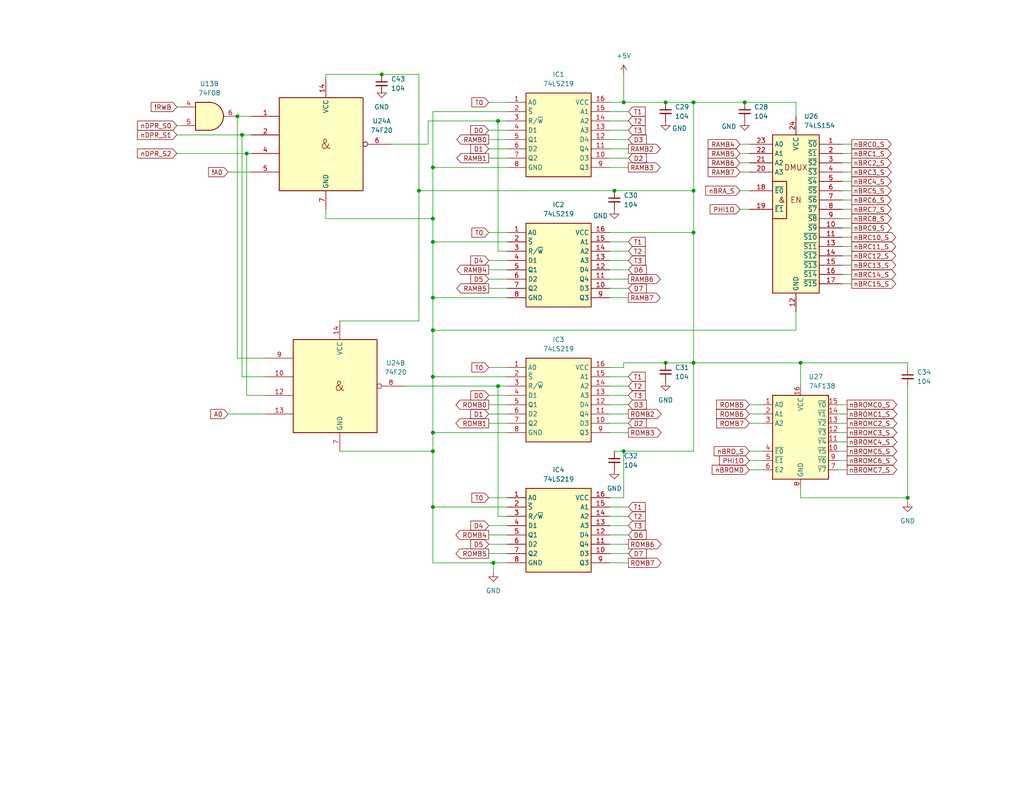
<source format=kicad_sch>
(kicad_sch (version 20250114) (generator "eeschema") (generator_version "9.0")
  (paper "USLetter")
  (title_block (title "ZeroPage $00/$01 Mirror Memory and RAM/ROM Bank Logic") (date "2025-04-15") (rev "1.3") (company "Data Tuning") (comment 1 "Hydra 16"))
  (lib_symbols
    (symbol "74xx:74HC138"
      (property "Reference" "U" (at -7.62 13.97 0))
      (property "Value" "74HC138" (at 2.54 -11.43 0))
      (symbol "74HC138_0_1"
        (rectangle (start -7.62 12.7) (end 7.62 -10.16) (stroke (width 0.254)) (fill (type background)))
      )
      (symbol "74HC138_1_1"
        (pin input line (at -10.16 10.16 0) (length 2.54) (name "A0") (number "1"))
        (pin input line (at -10.16 7.62 0) (length 2.54) (name "A1") (number "2"))
        (pin input line (at -10.16 5.08 0) (length 2.54) (name "A2") (number "3"))
        (pin input line (at -10.16 -2.54 0) (length 2.54) (name "~{E0}") (number "4"))
        (pin input line (at -10.16 -5.08 0) (length 2.54) (name "~{E1}") (number "5"))
        (pin input line (at -10.16 -7.62 0) (length 2.54) (name "E2") (number "6"))
        (pin power_in line (at 0 15.24 270) (length 2.54) (name "VCC") (number "16"))
        (pin power_in line (at 0 -12.7 90) (length 2.54) (name "GND") (number "8"))
        (pin output line (at 10.16 10.16 180) (length 2.54) (name "~{Y0}") (number "15"))
        (pin output line (at 10.16 7.62 180) (length 2.54) (name "~{Y1}") (number "14"))
        (pin output line (at 10.16 5.08 180) (length 2.54) (name "~{Y2}") (number "13"))
        (pin output line (at 10.16 2.54 180) (length 2.54) (name "~{Y3}") (number "12"))
        (pin output line (at 10.16 0 180) (length 2.54) (name "~{Y4}") (number "11"))
        (pin output line (at 10.16 -2.54 180) (length 2.54) (name "~{Y5}") (number "10"))
        (pin output line (at 10.16 -5.08 180) (length 2.54) (name "~{Y6}") (number "9"))
        (pin output line (at 10.16 -7.62 180) (length 2.54) (name "~{Y7}") (number "7"))
      )
    )
    (symbol "74xx:74LS08" (pin_names (offset 1.016))
      (property "Reference" "U" (at 0 1.27 0))
      (property "Value" "74LS08" (at 0 -1.27 0))
      (symbol "74LS08_1_1"
        (arc (start 0 3.81) (mid 3.7934 0) (end 0 -3.81) (stroke (width 0.254)) (fill (type background)))
        (polyline (pts (xy 0 3.81) (xy -3.81 3.81) (xy -3.81 -3.81) (xy 0 -3.81)) (stroke (width 0.254)) (fill (type background)))
        (pin input line (at -7.62 2.54 0) (length 3.81) (name "~") (number "1"))
        (pin input line (at -7.62 -2.54 0) (length 3.81) (name "~") (number "2"))
        (pin output line (at 7.62 0 180) (length 3.81) (name "~") (number "3"))
      )
      (symbol "74LS08_1_2"
        (arc (start -3.81 3.81) (mid -2.589 0) (end -3.81 -3.81) (stroke (width 0.254)))
        (polyline (pts (xy -3.81 3.81) (xy -0.635 3.81)) (stroke (width 0.254)) (fill (type background)))
        (polyline (pts (xy -3.81 -3.81) (xy -0.635 -3.81)) (stroke (width 0.254)) (fill (type background)))
        (arc (start 3.81 0) (mid 2.1855 -2.584) (end -0.6096 -3.81) (stroke (width 0.254)) (fill (type background)))
        (arc (start -0.6096 3.81) (mid 2.1928 2.5924) (end 3.81 0) (stroke (width 0.254)) (fill (type background)))
        (polyline (pts (xy -0.635 3.81) (xy -3.81 3.81) (xy -3.81 3.81) (xy -3.556 3.4036) (xy -3.0226 2.2606) (xy -2.6924 1.0414) (xy -2.6162 -0.254) (xy -2.7686 -1.4986) (xy -3.175 -2.7178) (xy -3.81 -3.81) (xy -3.81 -3.81) (xy -0.635 -3.81)) (stroke (width -25.4)) (fill (type background)))
        (pin input inverted (at -7.62 2.54 0) (length 4.318) (name "~") (number "1"))
        (pin input inverted (at -7.62 -2.54 0) (length 4.318) (name "~") (number "2"))
        (pin output inverted (at 7.62 0 180) (length 3.81) (name "~") (number "3"))
      )
      (symbol "74LS08_2_1"
        (arc (start 0 3.81) (mid 3.7934 0) (end 0 -3.81) (stroke (width 0.254)) (fill (type background)))
        (polyline (pts (xy 0 3.81) (xy -3.81 3.81) (xy -3.81 -3.81) (xy 0 -3.81)) (stroke (width 0.254)) (fill (type background)))
        (pin input line (at -7.62 2.54 0) (length 3.81) (name "~") (number "4"))
        (pin input line (at -7.62 -2.54 0) (length 3.81) (name "~") (number "5"))
        (pin output line (at 7.62 0 180) (length 3.81) (name "~") (number "6"))
      )
      (symbol "74LS08_2_2"
        (arc (start -3.81 3.81) (mid -2.589 0) (end -3.81 -3.81) (stroke (width 0.254)))
        (polyline (pts (xy -3.81 3.81) (xy -0.635 3.81)) (stroke (width 0.254)) (fill (type background)))
        (polyline (pts (xy -3.81 -3.81) (xy -0.635 -3.81)) (stroke (width 0.254)) (fill (type background)))
        (arc (start 3.81 0) (mid 2.1855 -2.584) (end -0.6096 -3.81) (stroke (width 0.254)) (fill (type background)))
        (arc (start -0.6096 3.81) (mid 2.1928 2.5924) (end 3.81 0) (stroke (width 0.254)) (fill (type background)))
        (polyline (pts (xy -0.635 3.81) (xy -3.81 3.81) (xy -3.81 3.81) (xy -3.556 3.4036) (xy -3.0226 2.2606) (xy -2.6924 1.0414) (xy -2.6162 -0.254) (xy -2.7686 -1.4986) (xy -3.175 -2.7178) (xy -3.81 -3.81) (xy -3.81 -3.81) (xy -0.635 -3.81)) (stroke (width -25.4)) (fill (type background)))
        (pin input inverted (at -7.62 2.54 0) (length 4.318) (name "~") (number "4"))
        (pin input inverted (at -7.62 -2.54 0) (length 4.318) (name "~") (number "5"))
        (pin output inverted (at 7.62 0 180) (length 3.81) (name "~") (number "6"))
      )
      (symbol "74LS08_3_1"
        (arc (start 0 3.81) (mid 3.7934 0) (end 0 -3.81) (stroke (width 0.254)) (fill (type background)))
        (polyline (pts (xy 0 3.81) (xy -3.81 3.81) (xy -3.81 -3.81) (xy 0 -3.81)) (stroke (width 0.254)) (fill (type background)))
        (pin input line (at -7.62 2.54 0) (length 3.81) (name "~") (number "9"))
        (pin input line (at -7.62 -2.54 0) (length 3.81) (name "~") (number "10"))
        (pin output line (at 7.62 0 180) (length 3.81) (name "~") (number "8"))
      )
      (symbol "74LS08_3_2"
        (arc (start -3.81 3.81) (mid -2.589 0) (end -3.81 -3.81) (stroke (width 0.254)))
        (polyline (pts (xy -3.81 3.81) (xy -0.635 3.81)) (stroke (width 0.254)) (fill (type background)))
        (polyline (pts (xy -3.81 -3.81) (xy -0.635 -3.81)) (stroke (width 0.254)) (fill (type background)))
        (arc (start 3.81 0) (mid 2.1855 -2.584) (end -0.6096 -3.81) (stroke (width 0.254)) (fill (type background)))
        (arc (start -0.6096 3.81) (mid 2.1928 2.5924) (end 3.81 0) (stroke (width 0.254)) (fill (type background)))
        (polyline (pts (xy -0.635 3.81) (xy -3.81 3.81) (xy -3.81 3.81) (xy -3.556 3.4036) (xy -3.0226 2.2606) (xy -2.6924 1.0414) (xy -2.6162 -0.254) (xy -2.7686 -1.4986) (xy -3.175 -2.7178) (xy -3.81 -3.81) (xy -3.81 -3.81) (xy -0.635 -3.81)) (stroke (width -25.4)) (fill (type background)))
        (pin input inverted (at -7.62 2.54 0) (length 4.318) (name "~") (number "9"))
        (pin input inverted (at -7.62 -2.54 0) (length 4.318) (name "~") (number "10"))
        (pin output inverted (at 7.62 0 180) (length 3.81) (name "~") (number "8"))
      )
      (symbol "74LS08_4_1"
        (arc (start 0 3.81) (mid 3.7934 0) (end 0 -3.81) (stroke (width 0.254)) (fill (type background)))
        (polyline (pts (xy 0 3.81) (xy -3.81 3.81) (xy -3.81 -3.81) (xy 0 -3.81)) (stroke (width 0.254)) (fill (type background)))
        (pin input line (at -7.62 2.54 0) (length 3.81) (name "~") (number "12"))
        (pin input line (at -7.62 -2.54 0) (length 3.81) (name "~") (number "13"))
        (pin output line (at 7.62 0 180) (length 3.81) (name "~") (number "11"))
      )
      (symbol "74LS08_4_2"
        (arc (start -3.81 3.81) (mid -2.589 0) (end -3.81 -3.81) (stroke (width 0.254)))
        (polyline (pts (xy -3.81 3.81) (xy -0.635 3.81)) (stroke (width 0.254)) (fill (type background)))
        (polyline (pts (xy -3.81 -3.81) (xy -0.635 -3.81)) (stroke (width 0.254)) (fill (type background)))
        (arc (start 3.81 0) (mid 2.1855 -2.584) (end -0.6096 -3.81) (stroke (width 0.254)) (fill (type background)))
        (arc (start -0.6096 3.81) (mid 2.1928 2.5924) (end 3.81 0) (stroke (width 0.254)) (fill (type background)))
        (polyline (pts (xy -0.635 3.81) (xy -3.81 3.81) (xy -3.81 3.81) (xy -3.556 3.4036) (xy -3.0226 2.2606) (xy -2.6924 1.0414) (xy -2.6162 -0.254) (xy -2.7686 -1.4986) (xy -3.175 -2.7178) (xy -3.81 -3.81) (xy -3.81 -3.81) (xy -0.635 -3.81)) (stroke (width -25.4)) (fill (type background)))
        (pin input inverted (at -7.62 2.54 0) (length 4.318) (name "~") (number "12"))
        (pin input inverted (at -7.62 -2.54 0) (length 4.318) (name "~") (number "13"))
        (pin output inverted (at 7.62 0 180) (length 3.81) (name "~") (number "11"))
      )
      (symbol "74LS08_5_0"
        (pin power_in line (at 0 12.7 270) (length 5.08) (name "VCC") (number "14"))
        (pin power_in line (at 0 -12.7 90) (length 5.08) (name "GND") (number "7"))
      )
      (symbol "74LS08_5_1"
        (rectangle (start -5.08 7.62) (end 5.08 -7.62) (stroke (width 0.254)) (fill (type background)))
      )
    )
    (symbol "74xx:74LS219"
      (property "Reference" "IC4" (at 13.97 7.62 0))
      (property "Value" "74LS219" (at 13.97 5.08 0))
      (symbol "74LS219_1_1"
        (rectangle (start 5.08 2.54) (end 22.86 -20.32) (stroke (width 0.254)) (fill (type background)))
        (pin passive line (at 0 0 0) (length 5.08) (name "A0") (number "1"))
        (pin passive line (at 0 -2.54 0) (length 5.08) (name "~{S}") (number "2"))
        (pin passive line (at 0 -5.08 0) (length 5.08) (name "R/~{W}") (number "3"))
        (pin passive line (at 0 -7.62 0) (length 5.08) (name "D1") (number "4"))
        (pin passive line (at 0 -10.16 0) (length 5.08) (name "Q1") (number "5"))
        (pin passive line (at 0 -12.7 0) (length 5.08) (name "D2") (number "6"))
        (pin passive line (at 0 -15.24 0) (length 5.08) (name "Q2") (number "7"))
        (pin passive line (at 0 -17.78 0) (length 5.08) (name "GND") (number "8"))
        (pin passive line (at 27.94 0 180) (length 5.08) (name "VCC") (number "16"))
        (pin passive line (at 27.94 -2.54 180) (length 5.08) (name "A1") (number "15"))
        (pin passive line (at 27.94 -5.08 180) (length 5.08) (name "A2") (number "14"))
        (pin passive line (at 27.94 -7.62 180) (length 5.08) (name "A3") (number "13"))
        (pin passive line (at 27.94 -10.16 180) (length 5.08) (name "D4") (number "12"))
        (pin passive line (at 27.94 -12.7 180) (length 5.08) (name "Q4") (number "11"))
        (pin passive line (at 27.94 -15.24 180) (length 5.08) (name "D3") (number "10"))
        (pin passive line (at 27.94 -17.78 180) (length 5.08) (name "Q3") (number "9"))
      )
    )
    (symbol "74xx_IEEE:74154"
      (property "Reference" "U" (at 6.35 25.4 0))
      (property "Value" "74154" (at 7.62 -21.59 0))
      (symbol "74154_0_0"
        (rectangle (start -6.35 22.86) (end 6.35 -20.32) (stroke (width 0.254)) (fill (type background)))
        (polyline (pts (xy -6.35 10.16) (xy -2.54 10.16) (xy -2.54 0) (xy -6.35 0) (xy -6.35 0)) (stroke (width 0.254)) (fill (type background)))
        (text "&" (at -3.81 5.08 0) (effects (font (size 1.524 1.524))))
        (text "DMUX" (at 0 13.97 0) (effects (font (size 1.524 1.524))))
        (text "EN" (at 0 5.08 0) (effects (font (size 1.524 1.524))))
        (pin power_in line (at 0 27.94 270) (length 5.08) (name "VCC") (number "24"))
        (pin power_in line (at 0 -25.4 90) (length 5.08) (name "GND") (number "12"))
      )
      (symbol "74154_1_1"
        (pin input line (at -12.7 20.32 0) (length 6.35) (name "A0") (number "23"))
        (pin input line (at -12.7 17.78 0) (length 6.35) (name "A1") (number "22"))
        (pin input line (at -12.7 15.24 0) (length 6.35) (name "A2") (number "21"))
        (pin input line (at -12.7 12.7 0) (length 6.35) (name "A3") (number "20"))
        (pin input line (at -12.7 7.62 0) (length 6.35) (name "~{E0}") (number "18"))
        (pin input line (at -12.7 2.54 0) (length 6.35) (name "~{E1}") (number "19"))
        (pin output line (at 12.7 20.32 180) (length 6.35) (name "~{S0}") (number "1"))
        (pin output line (at 12.7 17.78 180) (length 6.35) (name "~{S1}") (number "2"))
        (pin output line (at 12.7 15.24 180) (length 6.35) (name "~{S2}") (number "3"))
        (pin output line (at 12.7 12.7 180) (length 6.35) (name "~{S3}") (number "4"))
        (pin output line (at 12.7 10.16 180) (length 6.35) (name "~{S4}") (number "5"))
        (pin output line (at 12.7 7.62 180) (length 6.35) (name "~{S5}") (number "6"))
        (pin output line (at 12.7 5.08 180) (length 6.35) (name "~{S6}") (number "7"))
        (pin output line (at 12.7 2.54 180) (length 6.35) (name "~{S7}") (number "8"))
        (pin output line (at 12.7 0 180) (length 6.35) (name "~{S8}") (number "9"))
        (pin output line (at 12.7 -2.54 180) (length 6.35) (name "~{S9}") (number "10"))
        (pin output line (at 12.7 -5.08 180) (length 6.35) (name "~{S10}") (number "11"))
        (pin output line (at 12.7 -7.62 180) (length 6.35) (name "~{S11}") (number "13"))
        (pin output line (at 12.7 -10.16 180) (length 6.35) (name "~{S12}") (number "14"))
        (pin output line (at 12.7 -12.7 180) (length 6.35) (name "~{S13}") (number "15"))
        (pin output line (at 12.7 -15.24 180) (length 6.35) (name "~{S14}") (number "16"))
        (pin output line (at 12.7 -17.78 180) (length 6.35) (name "~{S15}") (number "17"))
      )
    )
    (symbol "74xx_IEEE:7420"
      (property "Reference" "U" (at 7.62 15.24 0))
      (property "Value" "7420" (at 7.62 -15.24 0))
      (symbol "7420_0_0"
        (text "&" (at 0 0 0) (effects (font (size 2.54 2.54))))
      )
      (symbol "7420_0_1"
        (rectangle (start -12.7 12.7) (end 10.16 -12.7) (stroke (width 0.254)) (fill (type background)))
        (pin power_in line (at 0 17.78 270) (length 5.08) (name "VCC") (number "14"))
        (pin power_in line (at 0 -17.78 90) (length 5.08) (name "GND") (number "7"))
      )
      (symbol "7420_1_1"
        (pin input line (at -20.32 7.62 0) (length 7.62) (name "~") (number "1"))
        (pin input line (at -20.32 2.54 0) (length 7.62) (name "~") (number "2"))
        (pin input line (at -20.32 -2.54 0) (length 7.62) (name "~") (number "4"))
        (pin input line (at -20.32 -7.62 0) (length 7.62) (name "~") (number "5"))
        (pin output inverted (at 17.78 0 180) (length 7.62) (name "~") (number "6"))
      )
      (symbol "7420_2_1"
        (pin input line (at -20.32 7.62 0) (length 7.62) (name "~") (number "9"))
        (pin input line (at -20.32 2.54 0) (length 7.62) (name "~") (number "10"))
        (pin input line (at -20.32 -2.54 0) (length 7.62) (name "~") (number "12"))
        (pin input line (at -20.32 -7.62 0) (length 7.62) (name "~") (number "13"))
        (pin output inverted (at 17.78 0 180) (length 7.62) (name "~") (number "8"))
      )
    )
    (symbol "Device:C_Small" (pin_numbers (hide yes)) (pin_names (offset 0.254) (hide yes))
      (property "Reference" "C" (at 0.254 1.778 0))
      (property "Value" "C_Small" (at 0.254 -2.032 0))
      (symbol "C_Small_0_1"
        (polyline (pts (xy -1.524 0.508) (xy 1.524 0.508)) (stroke (width 0.3048)))
        (polyline (pts (xy -1.524 -0.508) (xy 1.524 -0.508)) (stroke (width 0.3302)))
      )
      (symbol "C_Small_1_1"
        (pin passive line (at 0 2.54 270) (length 2.032) (name "~") (number "1"))
        (pin passive line (at 0 -2.54 90) (length 2.032) (name "~") (number "2"))
      )
    )
    (symbol "power:+5V" (power) (pin_numbers (hide yes)) (pin_names (offset 0) (hide yes))
      (property "Value" "+5V" (at 0 3.556 0))
      (symbol "+5V_0_1"
        (polyline (pts (xy -0.762 1.27) (xy 0 2.54)))
        (polyline (pts (xy 0 2.54) (xy 0.762 1.27)))
        (polyline (pts (xy 0 0) (xy 0 2.54)))
      )
      (symbol "+5V_1_1"
        (pin power_in line (at 0 0 90) (length 0) (name "~") (number "1"))
      )
    )
    (symbol "power:GND" (power) (pin_numbers (hide yes)) (pin_names (offset 0) (hide yes))
      (property "Value" "GND" (at 0 -3.81 0))
      (symbol "GND_0_1"
        (polyline (pts (xy 0 0) (xy 0 -1.27) (xy 1.27 -1.27) (xy 0 -2.54) (xy -1.27 -1.27) (xy 0 -1.27)))
      )
      (symbol "GND_1_1"
        (pin power_in line (at 0 0 270) (length 0) (name "~") (number "1"))
      )
    )
  )
  (junction (at 118.11 81.28))
  (junction (at 189.23 63.5))
  (junction (at 135.89 33.02))
  (junction (at 118.11 138.43))
  (junction (at 189.23 99.06))
  (junction (at 64.77 31.75))
  (junction (at 247.65 135.89))
  (junction (at 104.14 20.32))
  (junction (at 181.61 99.06))
  (junction (at 135.89 105.41))
  (junction (at 67.31 41.91))
  (junction (at 134.62 153.67))
  (junction (at 203.2 27.94))
  (junction (at 118.11 90.17))
  (junction (at 181.61 27.94))
  (junction (at 118.11 45.72))
  (junction (at 118.11 59.69))
  (junction (at 218.44 99.06))
  (junction (at 170.18 27.94))
  (junction (at 118.11 123.19))
  (junction (at 167.64 52.07))
  (junction (at 189.23 52.07))
  (junction (at 118.11 102.87))
  (junction (at 118.11 118.11))
  (junction (at 189.23 27.94))
  (junction (at 66.04 36.83))
  (junction (at 114.3 52.07))
  (junction (at 170.18 123.19))
  (junction (at 118.11 66.04))
  (wire (pts (xy 217.17 85.09) (xy 217.17 90.17)))
  (wire (pts (xy 166.37 146.05) (xy 171.45 146.05)))
  (wire (pts (xy 135.89 140.97) (xy 138.43 140.97)))
  (wire (pts (xy 104.14 24.13) (xy 104.14 25.4)))
  (wire (pts (xy 166.37 81.28) (xy 171.45 81.28)))
  (wire (pts (xy 189.23 63.5) (xy 189.23 99.06)))
  (wire (pts (xy 133.35 73.66) (xy 138.43 73.66)))
  (wire (pts (xy 118.11 102.87) (xy 138.43 102.87)))
  (wire (pts (xy 189.23 27.94) (xy 189.23 52.07)))
  (wire (pts (xy 167.64 123.19) (xy 170.18 123.19)))
  (wire (pts (xy 118.11 45.72) (xy 118.11 30.48)))
  (wire (pts (xy 133.35 148.59) (xy 138.43 148.59)))
  (wire (pts (xy 138.43 33.02) (xy 135.89 33.02)))
  (wire (pts (xy 170.18 135.89) (xy 170.18 123.19)))
  (wire (pts (xy 118.11 66.04) (xy 118.11 81.28)))
  (wire (pts (xy 118.11 118.11) (xy 118.11 123.19)))
  (wire (pts (xy 72.39 107.95) (xy 67.31 107.95)))
  (wire (pts (xy 231.14 110.49) (xy 228.6 110.49)))
  (wire (pts (xy 204.47 110.49) (xy 208.28 110.49)))
  (wire (pts (xy 88.9 20.32) (xy 104.14 20.32)))
  (wire (pts (xy 231.14 115.57) (xy 228.6 115.57)))
  (wire (pts (xy 48.26 29.21) (xy 49.53 29.21)))
  (wire (pts (xy 118.11 118.11) (xy 138.43 118.11)))
  (wire (pts (xy 114.3 20.32) (xy 104.14 20.32)))
  (wire (pts (xy 232.41 39.37) (xy 229.87 39.37)))
  (wire (pts (xy 218.44 99.06) (xy 247.65 99.06)))
  (wire (pts (xy 166.37 115.57) (xy 171.45 115.57)))
  (wire (pts (xy 218.44 99.06) (xy 218.44 105.41)))
  (wire (pts (xy 232.41 72.39) (xy 229.87 72.39)))
  (wire (pts (xy 48.26 41.91) (xy 67.31 41.91)))
  (wire (pts (xy 48.26 36.83) (xy 66.04 36.83)))
  (wire (pts (xy 118.11 30.48) (xy 138.43 30.48)))
  (wire (pts (xy 218.44 133.35) (xy 218.44 135.89)))
  (wire (pts (xy 88.9 21.59) (xy 88.9 20.32)))
  (wire (pts (xy 114.3 52.07) (xy 167.64 52.07)))
  (wire (pts (xy 138.43 153.67) (xy 134.62 153.67)))
  (wire (pts (xy 232.41 62.23) (xy 229.87 62.23)))
  (wire (pts (xy 133.35 40.64) (xy 138.43 40.64)))
  (wire (pts (xy 118.11 90.17) (xy 217.17 90.17)))
  (wire (pts (xy 232.41 57.15) (xy 229.87 57.15)))
  (wire (pts (xy 204.47 113.03) (xy 208.28 113.03)))
  (wire (pts (xy 201.93 46.99) (xy 204.47 46.99)))
  (wire (pts (xy 232.41 74.93) (xy 229.87 74.93)))
  (wire (pts (xy 118.11 66.04) (xy 138.43 66.04)))
  (wire (pts (xy 189.23 99.06) (xy 189.23 123.19)))
  (wire (pts (xy 170.18 99.06) (xy 170.18 100.33)))
  (wire (pts (xy 133.35 115.57) (xy 138.43 115.57)))
  (wire (pts (xy 166.37 148.59) (xy 171.45 148.59)))
  (wire (pts (xy 201.93 44.45) (xy 204.47 44.45)))
  (wire (pts (xy 133.35 78.74) (xy 138.43 78.74)))
  (wire (pts (xy 166.37 113.03) (xy 171.45 113.03)))
  (wire (pts (xy 189.23 99.06) (xy 218.44 99.06)))
  (wire (pts (xy 232.41 69.85) (xy 229.87 69.85)))
  (wire (pts (xy 118.11 81.28) (xy 138.43 81.28)))
  (wire (pts (xy 166.37 68.58) (xy 171.45 68.58)))
  (wire (pts (xy 166.37 100.33) (xy 170.18 100.33)))
  (wire (pts (xy 133.35 63.5) (xy 138.43 63.5)))
  (wire (pts (xy 114.3 52.07) (xy 114.3 87.63)))
  (wire (pts (xy 166.37 71.12) (xy 171.45 71.12)))
  (wire (pts (xy 110.49 105.41) (xy 135.89 105.41)))
  (wire (pts (xy 118.11 81.28) (xy 118.11 90.17)))
  (wire (pts (xy 166.37 118.11) (xy 171.45 118.11)))
  (wire (pts (xy 217.17 27.94) (xy 203.2 27.94)))
  (wire (pts (xy 181.61 99.06) (xy 170.18 99.06)))
  (wire (pts (xy 166.37 43.18) (xy 171.45 43.18)))
  (wire (pts (xy 48.26 34.29) (xy 49.53 34.29)))
  (wire (pts (xy 64.77 97.79) (xy 72.39 97.79)))
  (wire (pts (xy 231.14 120.65) (xy 228.6 120.65)))
  (wire (pts (xy 166.37 45.72) (xy 171.45 45.72)))
  (wire (pts (xy 66.04 102.87) (xy 72.39 102.87)))
  (wire (pts (xy 201.93 52.07) (xy 204.47 52.07)))
  (wire (pts (xy 166.37 143.51) (xy 171.45 143.51)))
  (wire (pts (xy 208.28 123.19) (xy 204.47 123.19)))
  (wire (pts (xy 247.65 99.06) (xy 247.65 100.33)))
  (wire (pts (xy 166.37 73.66) (xy 171.45 73.66)))
  (wire (pts (xy 171.45 35.56) (xy 166.37 35.56)))
  (wire (pts (xy 232.41 77.47) (xy 229.87 77.47)))
  (wire (pts (xy 62.23 46.99) (xy 68.58 46.99)))
  (wire (pts (xy 134.62 156.21) (xy 134.62 153.67)))
  (wire (pts (xy 116.84 33.02) (xy 135.89 33.02)))
  (wire (pts (xy 118.11 59.69) (xy 118.11 66.04)))
  (wire (pts (xy 189.23 52.07) (xy 189.23 63.5)))
  (wire (pts (xy 166.37 107.95) (xy 171.45 107.95)))
  (wire (pts (xy 106.68 39.37) (xy 116.84 39.37)))
  (wire (pts (xy 231.14 125.73) (xy 228.6 125.73)))
  (wire (pts (xy 204.47 128.27) (xy 208.28 128.27)))
  (wire (pts (xy 232.41 49.53) (xy 229.87 49.53)))
  (wire (pts (xy 170.18 27.94) (xy 166.37 27.94)))
  (wire (pts (xy 204.47 125.73) (xy 208.28 125.73)))
  (wire (pts (xy 218.44 135.89) (xy 247.65 135.89)))
  (wire (pts (xy 118.11 123.19) (xy 118.11 138.43)))
  (wire (pts (xy 133.35 146.05) (xy 138.43 146.05)))
  (wire (pts (xy 201.93 41.91) (xy 204.47 41.91)))
  (wire (pts (xy 167.64 52.07) (xy 189.23 52.07)))
  (wire (pts (xy 133.35 76.2) (xy 138.43 76.2)))
  (wire (pts (xy 88.9 57.15) (xy 88.9 59.69)))
  (wire (pts (xy 247.65 137.16) (xy 247.65 135.89)))
  (wire (pts (xy 231.14 123.19) (xy 228.6 123.19)))
  (wire (pts (xy 231.14 113.03) (xy 228.6 113.03)))
  (wire (pts (xy 135.89 68.58) (xy 138.43 68.58)))
  (wire (pts (xy 166.37 151.13) (xy 171.45 151.13)))
  (wire (pts (xy 181.61 99.06) (xy 189.23 99.06)))
  (wire (pts (xy 166.37 153.67) (xy 171.45 153.67)))
  (wire (pts (xy 92.71 123.19) (xy 118.11 123.19)))
  (wire (pts (xy 118.11 45.72) (xy 118.11 59.69)))
  (wire (pts (xy 133.35 27.94) (xy 138.43 27.94)))
  (wire (pts (xy 67.31 107.95) (xy 67.31 41.91)))
  (wire (pts (xy 232.41 67.31) (xy 229.87 67.31)))
  (wire (pts (xy 133.35 110.49) (xy 138.43 110.49)))
  (wire (pts (xy 232.41 52.07) (xy 229.87 52.07)))
  (wire (pts (xy 114.3 52.07) (xy 114.3 20.32)))
  (wire (pts (xy 166.37 63.5) (xy 189.23 63.5)))
  (wire (pts (xy 118.11 153.67) (xy 134.62 153.67)))
  (wire (pts (xy 166.37 105.41) (xy 171.45 105.41)))
  (wire (pts (xy 116.84 39.37) (xy 116.84 33.02)))
  (wire (pts (xy 166.37 78.74) (xy 171.45 78.74)))
  (wire (pts (xy 135.89 33.02) (xy 135.89 68.58)))
  (wire (pts (xy 247.65 135.89) (xy 247.65 105.41)))
  (wire (pts (xy 118.11 138.43) (xy 138.43 138.43)))
  (wire (pts (xy 133.35 113.03) (xy 138.43 113.03)))
  (wire (pts (xy 232.41 59.69) (xy 229.87 59.69)))
  (wire (pts (xy 133.35 43.18) (xy 138.43 43.18)))
  (wire (pts (xy 201.93 57.15) (xy 204.47 57.15)))
  (wire (pts (xy 166.37 102.87) (xy 171.45 102.87)))
  (wire (pts (xy 166.37 138.43) (xy 171.45 138.43)))
  (wire (pts (xy 217.17 31.75) (xy 217.17 27.94)))
  (wire (pts (xy 232.41 54.61) (xy 229.87 54.61)))
  (wire (pts (xy 133.35 71.12) (xy 138.43 71.12)))
  (wire (pts (xy 64.77 31.75) (xy 64.77 97.79)))
  (wire (pts (xy 133.35 35.56) (xy 138.43 35.56)))
  (wire (pts (xy 133.35 107.95) (xy 138.43 107.95)))
  (wire (pts (xy 118.11 45.72) (xy 138.43 45.72)))
  (wire (pts (xy 118.11 102.87) (xy 118.11 118.11)))
  (wire (pts (xy 66.04 36.83) (xy 66.04 102.87)))
  (wire (pts (xy 166.37 40.64) (xy 171.45 40.64)))
  (wire (pts (xy 170.18 20.32) (xy 170.18 27.94)))
  (wire (pts (xy 92.71 87.63) (xy 114.3 87.63)))
  (wire (pts (xy 166.37 38.1) (xy 171.45 38.1)))
  (wire (pts (xy 181.61 27.94) (xy 170.18 27.94)))
  (wire (pts (xy 135.89 105.41) (xy 135.89 140.97)))
  (wire (pts (xy 133.35 100.33) (xy 138.43 100.33)))
  (wire (pts (xy 133.35 38.1) (xy 138.43 38.1)))
  (wire (pts (xy 232.41 44.45) (xy 229.87 44.45)))
  (wire (pts (xy 232.41 46.99) (xy 229.87 46.99)))
  (wire (pts (xy 232.41 64.77) (xy 229.87 64.77)))
  (wire (pts (xy 232.41 41.91) (xy 229.87 41.91)))
  (wire (pts (xy 133.35 151.13) (xy 138.43 151.13)))
  (wire (pts (xy 67.31 41.91) (xy 68.58 41.91)))
  (wire (pts (xy 231.14 128.27) (xy 228.6 128.27)))
  (wire (pts (xy 138.43 105.41) (xy 135.89 105.41)))
  (wire (pts (xy 231.14 118.11) (xy 228.6 118.11)))
  (wire (pts (xy 166.37 140.97) (xy 171.45 140.97)))
  (wire (pts (xy 201.93 39.37) (xy 204.47 39.37)))
  (wire (pts (xy 204.47 115.57) (xy 208.28 115.57)))
  (wire (pts (xy 166.37 76.2) (xy 171.45 76.2)))
  (wire (pts (xy 166.37 66.04) (xy 171.45 66.04)))
  (wire (pts (xy 118.11 138.43) (xy 118.11 153.67)))
  (wire (pts (xy 203.2 27.94) (xy 189.23 27.94)))
  (wire (pts (xy 88.9 59.69) (xy 118.11 59.69)))
  (wire (pts (xy 133.35 135.89) (xy 138.43 135.89)))
  (wire (pts (xy 166.37 135.89) (xy 170.18 135.89)))
  (wire (pts (xy 118.11 90.17) (xy 118.11 102.87)))
  (wire (pts (xy 171.45 33.02) (xy 166.37 33.02)))
  (wire (pts (xy 171.45 30.48) (xy 166.37 30.48)))
  (wire (pts (xy 166.37 110.49) (xy 171.45 110.49)))
  (wire (pts (xy 62.23 113.03) (xy 72.39 113.03)))
  (wire (pts (xy 68.58 36.83) (xy 66.04 36.83)))
  (wire (pts (xy 133.35 143.51) (xy 138.43 143.51)))
  (wire (pts (xy 189.23 27.94) (xy 181.61 27.94)))
  (wire (pts (xy 189.23 123.19) (xy 170.18 123.19)))
  (wire (pts (xy 68.58 31.75) (xy 64.77 31.75)))
  (global_label "nBROMC0_S" (shape output) (at 231.14 110.49 0) (property "Intersheetrefs" "${INTERSHEET_REFS}" (effects (hide yes))))
  (global_label "RAMB6" (shape output) (at 171.45 76.2 0) (property "Intersheetrefs" "${INTERSHEET_REFS}" (effects (hide yes))))
  (global_label "nBRC1_S" (shape output) (at 232.41 41.91 0) (property "Intersheetrefs" "${INTERSHEET_REFS}" (effects (hide yes))))
  (global_label "nBRC2_S" (shape output) (at 232.41 44.45 0) (property "Intersheetrefs" "${INTERSHEET_REFS}" (effects (hide yes))))
  (global_label "T3" (shape input) (at 171.45 143.51 0) (property "Intersheetrefs" "${INTERSHEET_REFS}" (effects (hide yes))))
  (global_label "nDPR_S2" (shape input) (at 48.26 41.91 180) (property "Intersheetrefs" "${INTERSHEET_REFS}" (effects (hide yes))))
  (global_label "ROMB6" (shape input) (at 204.47 113.03 180) (property "Intersheetrefs" "${INTERSHEET_REFS}" (effects (hide yes))))
  (global_label "T0" (shape input) (at 133.35 100.33 180) (property "Intersheetrefs" "${INTERSHEET_REFS}" (effects (hide yes))))
  (global_label "nBROMC1_S" (shape output) (at 231.14 113.03 0) (property "Intersheetrefs" "${INTERSHEET_REFS}" (effects (hide yes))))
  (global_label "ROMB5" (shape output) (at 133.35 151.13 180) (property "Intersheetrefs" "${INTERSHEET_REFS}" (effects (hide yes))))
  (global_label "D3" (shape input) (at 171.45 110.49 0) (property "Intersheetrefs" "${INTERSHEET_REFS}" (effects (hide yes))))
  (global_label "T3" (shape input) (at 171.45 71.12 0) (property "Intersheetrefs" "${INTERSHEET_REFS}" (effects (hide yes))))
  (global_label "RAMB4" (shape input) (at 201.93 39.37 180) (property "Intersheetrefs" "${INTERSHEET_REFS}" (effects (hide yes))))
  (global_label "A0" (shape input) (at 62.23 113.03 180) (property "Intersheetrefs" "${INTERSHEET_REFS}" (effects (hide yes))))
  (global_label "T1" (shape input) (at 171.45 30.48 0) (property "Intersheetrefs" "${INTERSHEET_REFS}" (effects (hide yes))))
  (global_label "D5" (shape input) (at 133.35 148.59 180) (property "Intersheetrefs" "${INTERSHEET_REFS}" (effects (hide yes))))
  (global_label "nBRC15_S" (shape output) (at 232.41 77.47 0) (property "Intersheetrefs" "${INTERSHEET_REFS}" (effects (hide yes))))
  (global_label "nDPR_S0" (shape input) (at 48.26 34.29 180) (property "Intersheetrefs" "${INTERSHEET_REFS}" (effects (hide yes))))
  (global_label "ROMB1" (shape output) (at 133.35 115.57 180) (property "Intersheetrefs" "${INTERSHEET_REFS}" (effects (hide yes))))
  (global_label "D7" (shape input) (at 171.45 78.74 0) (property "Intersheetrefs" "${INTERSHEET_REFS}" (effects (hide yes))))
  (global_label "RAMB2" (shape output) (at 171.45 40.64 0) (property "Intersheetrefs" "${INTERSHEET_REFS}" (effects (hide yes))))
  (global_label "T1" (shape input) (at 171.45 66.04 0) (property "Intersheetrefs" "${INTERSHEET_REFS}" (effects (hide yes))))
  (global_label "nBRC7_S" (shape output) (at 232.41 57.15 0) (property "Intersheetrefs" "${INTERSHEET_REFS}" (effects (hide yes))))
  (global_label "D6" (shape input) (at 171.45 73.66 0) (property "Intersheetrefs" "${INTERSHEET_REFS}" (effects (hide yes))))
  (global_label "nBROMC6_S" (shape output) (at 231.14 125.73 0) (property "Intersheetrefs" "${INTERSHEET_REFS}" (effects (hide yes))))
  (global_label "ROMB0" (shape output) (at 133.35 110.49 180) (property "Intersheetrefs" "${INTERSHEET_REFS}" (effects (hide yes))))
  (global_label "!RWB" (shape input) (at 48.26 29.21 180) (property "Intersheetrefs" "${INTERSHEET_REFS}" (effects (hide yes))))
  (global_label "PHI1O" (shape input) (at 204.47 125.73 180) (property "Intersheetrefs" "${INTERSHEET_REFS}" (effects (hide yes))))
  (global_label "T0" (shape input) (at 133.35 135.89 180) (property "Intersheetrefs" "${INTERSHEET_REFS}" (effects (hide yes))))
  (global_label "T1" (shape input) (at 171.45 102.87 0) (property "Intersheetrefs" "${INTERSHEET_REFS}" (effects (hide yes))))
  (global_label "T2" (shape input) (at 171.45 68.58 0) (property "Intersheetrefs" "${INTERSHEET_REFS}" (effects (hide yes))))
  (global_label "RAMB5" (shape input) (at 201.93 41.91 180) (property "Intersheetrefs" "${INTERSHEET_REFS}" (effects (hide yes))))
  (global_label "nBROMC4_S" (shape output) (at 231.14 120.65 0) (property "Intersheetrefs" "${INTERSHEET_REFS}" (effects (hide yes))))
  (global_label "ROMB3" (shape output) (at 171.45 118.11 0) (property "Intersheetrefs" "${INTERSHEET_REFS}" (effects (hide yes))))
  (global_label "nBROMC2_S" (shape output) (at 231.14 115.57 0) (property "Intersheetrefs" "${INTERSHEET_REFS}" (effects (hide yes))))
  (global_label "D3" (shape input) (at 171.45 38.1 0) (property "Intersheetrefs" "${INTERSHEET_REFS}" (effects (hide yes))))
  (global_label "ROMB7" (shape input) (at 204.47 115.57 180) (property "Intersheetrefs" "${INTERSHEET_REFS}" (effects (hide yes))))
  (global_label "nDPR_S1" (shape input) (at 48.26 36.83 180) (property "Intersheetrefs" "${INTERSHEET_REFS}" (effects (hide yes))))
  (global_label "ROMB5" (shape input) (at 204.47 110.49 180) (property "Intersheetrefs" "${INTERSHEET_REFS}" (effects (hide yes))))
  (global_label "D0" (shape input) (at 133.35 35.56 180) (property "Intersheetrefs" "${INTERSHEET_REFS}" (effects (hide yes))))
  (global_label "D6" (shape input) (at 171.45 146.05 0) (property "Intersheetrefs" "${INTERSHEET_REFS}" (effects (hide yes))))
  (global_label "nBRC8_S" (shape output) (at 232.41 59.69 0) (property "Intersheetrefs" "${INTERSHEET_REFS}" (effects (hide yes))))
  (global_label "RAMB0" (shape output) (at 133.35 38.1 180) (property "Intersheetrefs" "${INTERSHEET_REFS}" (effects (hide yes))))
  (global_label "RAMB6" (shape input) (at 201.93 44.45 180) (property "Intersheetrefs" "${INTERSHEET_REFS}" (effects (hide yes))))
  (global_label "RAMB1" (shape output) (at 133.35 43.18 180) (property "Intersheetrefs" "${INTERSHEET_REFS}" (effects (hide yes))))
  (global_label "nBRC14_S" (shape output) (at 232.41 74.93 0) (property "Intersheetrefs" "${INTERSHEET_REFS}" (effects (hide yes))))
  (global_label "T2" (shape input) (at 171.45 140.97 0) (property "Intersheetrefs" "${INTERSHEET_REFS}" (effects (hide yes))))
  (global_label "RAMB5" (shape output) (at 133.35 78.74 180) (property "Intersheetrefs" "${INTERSHEET_REFS}" (effects (hide yes))))
  (global_label "T2" (shape input) (at 171.45 105.41 0) (property "Intersheetrefs" "${INTERSHEET_REFS}" (effects (hide yes))))
  (global_label "T3" (shape input) (at 171.45 107.95 0) (property "Intersheetrefs" "${INTERSHEET_REFS}" (effects (hide yes))))
  (global_label "nBROMC5_S" (shape output) (at 231.14 123.19 0) (property "Intersheetrefs" "${INTERSHEET_REFS}" (effects (hide yes))))
  (global_label "RAMB7" (shape input) (at 201.93 46.99 180) (property "Intersheetrefs" "${INTERSHEET_REFS}" (effects (hide yes))))
  (global_label "ROMB6" (shape output) (at 171.45 148.59 0) (property "Intersheetrefs" "${INTERSHEET_REFS}" (effects (hide yes))))
  (global_label "PHI1O" (shape input) (at 201.93 57.15 180) (property "Intersheetrefs" "${INTERSHEET_REFS}" (effects (hide yes))))
  (global_label "nBROMD" (shape input) (at 204.47 128.27 180) (property "Intersheetrefs" "${INTERSHEET_REFS}" (effects (hide yes))))
  (global_label "D2" (shape input) (at 171.45 115.57 0) (property "Intersheetrefs" "${INTERSHEET_REFS}" (effects (hide yes))))
  (global_label "T0" (shape input) (at 133.35 63.5 180) (property "Intersheetrefs" "${INTERSHEET_REFS}" (effects (hide yes))))
  (global_label "nBRO_S" (shape input) (at 204.47 123.19 180) (property "Intersheetrefs" "${INTERSHEET_REFS}" (effects (hide yes))))
  (global_label "D0" (shape input) (at 133.35 107.95 180) (property "Intersheetrefs" "${INTERSHEET_REFS}" (effects (hide yes))))
  (global_label "nBRC12_S" (shape output) (at 232.41 69.85 0) (property "Intersheetrefs" "${INTERSHEET_REFS}" (effects (hide yes))))
  (global_label "nBRC4_S" (shape output) (at 232.41 49.53 0) (property "Intersheetrefs" "${INTERSHEET_REFS}" (effects (hide yes))))
  (global_label "D7" (shape input) (at 171.45 151.13 0) (property "Intersheetrefs" "${INTERSHEET_REFS}" (effects (hide yes))))
  (global_label "nBRC11_S" (shape output) (at 232.41 67.31 0) (property "Intersheetrefs" "${INTERSHEET_REFS}" (effects (hide yes))))
  (global_label "ROMB4" (shape output) (at 133.35 146.05 180) (property "Intersheetrefs" "${INTERSHEET_REFS}" (effects (hide yes))))
  (global_label "nBRC6_S" (shape output) (at 232.41 54.61 0) (property "Intersheetrefs" "${INTERSHEET_REFS}" (effects (hide yes))))
  (global_label "nBRC9_S" (shape output) (at 232.41 62.23 0) (property "Intersheetrefs" "${INTERSHEET_REFS}" (effects (hide yes))))
  (global_label "!A0" (shape input) (at 62.23 46.99 180) (property "Intersheetrefs" "${INTERSHEET_REFS}" (effects (hide yes))))
  (global_label "D1" (shape input) (at 133.35 113.03 180) (property "Intersheetrefs" "${INTERSHEET_REFS}" (effects (hide yes))))
  (global_label "D4" (shape input) (at 133.35 71.12 180) (property "Intersheetrefs" "${INTERSHEET_REFS}" (effects (hide yes))))
  (global_label "nBRC5_S" (shape output) (at 232.41 52.07 0) (property "Intersheetrefs" "${INTERSHEET_REFS}" (effects (hide yes))))
  (global_label "T2" (shape input) (at 171.45 33.02 0) (property "Intersheetrefs" "${INTERSHEET_REFS}" (effects (hide yes))))
  (global_label "T3" (shape input) (at 171.45 35.56 0) (property "Intersheetrefs" "${INTERSHEET_REFS}" (effects (hide yes))))
  (global_label "nBRC3_S" (shape output) (at 232.41 46.99 0) (property "Intersheetrefs" "${INTERSHEET_REFS}" (effects (hide yes))))
  (global_label "D5" (shape input) (at 133.35 76.2 180) (property "Intersheetrefs" "${INTERSHEET_REFS}" (effects (hide yes))))
  (global_label "nBRC10_S" (shape output) (at 232.41 64.77 0) (property "Intersheetrefs" "${INTERSHEET_REFS}" (effects (hide yes))))
  (global_label "nBROMC3_S" (shape output) (at 231.14 118.11 0) (property "Intersheetrefs" "${INTERSHEET_REFS}" (effects (hide yes))))
  (global_label "D4" (shape input) (at 133.35 143.51 180) (property "Intersheetrefs" "${INTERSHEET_REFS}" (effects (hide yes))))
  (global_label "D2" (shape input) (at 171.45 43.18 0) (property "Intersheetrefs" "${INTERSHEET_REFS}" (effects (hide yes))))
  (global_label "nBRA_S" (shape input) (at 201.93 52.07 180) (property "Intersheetrefs" "${INTERSHEET_REFS}" (effects (hide yes))))
  (global_label "nBRC0_S" (shape output) (at 232.41 39.37 0) (property "Intersheetrefs" "${INTERSHEET_REFS}" (effects (hide yes))))
  (global_label "ROMB7" (shape output) (at 171.45 153.67 0) (property "Intersheetrefs" "${INTERSHEET_REFS}" (effects (hide yes))))
  (global_label "T1" (shape input) (at 171.45 138.43 0) (property "Intersheetrefs" "${INTERSHEET_REFS}" (effects (hide yes))))
  (global_label "RAMB7" (shape output) (at 171.45 81.28 0) (property "Intersheetrefs" "${INTERSHEET_REFS}" (effects (hide yes))))
  (global_label "nBRC13_S" (shape output) (at 232.41 72.39 0) (property "Intersheetrefs" "${INTERSHEET_REFS}" (effects (hide yes))))
  (global_label "nBROMC7_S" (shape output) (at 231.14 128.27 0) (property "Intersheetrefs" "${INTERSHEET_REFS}" (effects (hide yes))))
  (global_label "RAMB3" (shape output) (at 171.45 45.72 0) (property "Intersheetrefs" "${INTERSHEET_REFS}" (effects (hide yes))))
  (global_label "T0" (shape input) (at 133.35 27.94 180) (property "Intersheetrefs" "${INTERSHEET_REFS}" (effects (hide yes))))
  (global_label "ROMB2" (shape output) (at 171.45 113.03 0) (property "Intersheetrefs" "${INTERSHEET_REFS}" (effects (hide yes))))
  (global_label "D1" (shape input) (at 133.35 40.64 180) (property "Intersheetrefs" "${INTERSHEET_REFS}" (effects (hide yes))))
  (global_label "RAMB4" (shape output) (at 133.35 73.66 180) (property "Intersheetrefs" "${INTERSHEET_REFS}" (effects (hide yes))))
  (symbol (lib_id "74xx:74LS219") (at 138.43 63.5 0) (unit 1)
    (property "Reference" "IC2" (at 152.4 55.88 0))
    (property "Value" "74LS219" (at 152.4 58.42 0))
    (property "Footprint" "Package_DIP:DIP-16_W7.62mm_Socket_LongPads" (effects (hide yes)))
    (property "Datasheet" "https://4donline.ihs.com/images/VipMasterIC/IC/TXII/TXIIS110135/TXIIS110135-1.pdf?hkey=EF798316E3902B6ED9A73243A3159BB0" (effects (hide yes)))
    (property "Description" "Part Number Only" (effects (hide yes)))
    (property "Height" "5.08" (effects (hide yes)))
    (property "Manufacturer_Name" "Texas Instruments" (effects (hide yes)))
    (property "Manufacturer_Part_Number" "SN74LS219AN" (effects (hide yes)))
  )
  (symbol (lib_id "74xx:74HC138") (at 218.44 120.65 0) (unit 1)
    (property "Reference" "U27" (at 220.6341 102.87 0) (effects (justify left)))
    (property "Value" "74F138" (at 220.6341 105.41 0) (effects (justify left)))
    (property "Footprint" "Package_DIP:DIP-16_W7.62mm_Socket_LongPads" (effects (hide yes)))
    (property "Datasheet" "http://www.ti.com/lit/ds/symlink/cd74hc238.pdf" (effects (hide yes)))
    (property "Description" "3-to-8 line decoder/multiplexer inverting, DIP-16/SOIC-16/SSOP-16" (effects (hide yes)))
  )
  (symbol (lib_id "power:GND") (at 134.62 156.21 0) (unit 1)
    (property "Reference" "#PWR07" (effects (hide yes)))
    (property "Value" "GND" (at 134.62 161.29 0))
    (property "Description" "Power symbol creates a global label with name \"GND\" , ground" (effects (hide yes)))
  )
  (symbol (lib_id "74xx_IEEE:7420") (at 92.71 105.41 0) (unit 2)
    (property "Reference" "U24" (at 107.95 99.0914 0))
    (property "Value" "74F20" (at 107.95 101.6314 0))
    (property "Footprint" "Package_DIP:DIP-14_W7.62mm_Socket_LongPads" (effects (hide yes)))
  )
  (symbol (lib_id "power:GND") (at 104.14 24.13 0) (unit 1)
    (property "Reference" "#PWR050" (effects (hide yes)))
    (property "Value" "GND" (at 104.14 29.21 0))
    (property "Description" "Power symbol creates a global label with name \"GND\" , ground" (effects (hide yes)))
  )
  (symbol (lib_id "74xx:74LS219") (at 138.43 27.94 0) (unit 1)
    (property "Reference" "IC1" (at 152.4 20.32 0))
    (property "Value" "74LS219" (at 152.4 22.86 0))
    (property "Footprint" "Package_DIP:DIP-16_W7.62mm_Socket_LongPads" (effects (hide yes)))
    (property "Datasheet" "https://4donline.ihs.com/images/VipMasterIC/IC/TXII/TXIIS110135/TXIIS110135-1.pdf?hkey=EF798316E3902B6ED9A73243A3159BB0" (effects (hide yes)))
    (property "Description" "Part Number Only" (effects (hide yes)))
    (property "Height" "5.08" (effects (hide yes)))
    (property "Manufacturer_Name" "Texas Instruments" (effects (hide yes)))
    (property "Manufacturer_Part_Number" "SN74LS219AN" (effects (hide yes)))
  )
  (symbol (lib_id "Device:C_Small") (at 247.65 102.87 0) (unit 1)
    (property "Reference" "C34" (at 250.19 101.6062 0) (effects (justify left)))
    (property "Value" "104" (at 250.19 104.1462 0) (effects (justify left)))
    (property "Footprint" "Capacitor_THT:C_Disc_D5.0mm_W2.5mm_P5.00mm" (effects (hide yes)))
    (property "Description" "Unpolarized capacitor, small symbol" (effects (hide yes)))
  )
  (symbol (lib_id "74xx_IEEE:7420") (at 88.9 39.37 0) (unit 1)
    (property "Reference" "U24" (at 104.14 33.0514 0))
    (property "Value" "74F20" (at 104.14 35.5914 0))
    (property "Footprint" "Package_DIP:DIP-14_W7.62mm_Socket_LongPads" (effects (hide yes)))
  )
  (symbol (lib_id "power:GND") (at 181.61 104.14 0) (unit 1)
    (property "Reference" "#PWR034" (effects (hide yes)))
    (property "Value" "GND" (at 181.61 109.22 0))
    (property "Description" "Power symbol creates a global label with name \"GND\" , ground" (effects (hide yes)))
  )
  (symbol (lib_id "Device:C_Small") (at 181.61 101.6 0) (unit 1)
    (property "Reference" "C31" (at 184.15 100.3362 0) (effects (justify left)))
    (property "Value" "104" (at 184.15 102.8762 0) (effects (justify left)))
    (property "Footprint" "Capacitor_THT:C_Disc_D5.0mm_W2.5mm_P5.00mm" (effects (hide yes)))
    (property "Description" "Unpolarized capacitor, small symbol" (effects (hide yes)))
  )
  (symbol (lib_id "74xx_IEEE:74154") (at 217.17 59.69 0) (unit 1)
    (property "Reference" "U26" (at 219.3641 31.75 0) (effects (justify left)))
    (property "Value" "74LS154" (at 219.3641 34.29 0) (effects (justify left)))
    (property "Footprint" "Package_DIP:DIP-24_W15.24mm_Socket_LongPads" (effects (hide yes)))
    (property "Datasheet" "https://www.ti.com/lit/gpn/CD74HCT154" (effects (hide yes)))
    (property "Description" "4 to 16 lines Decoder/Demultiplexer" (effects (hide yes)))
  )
  (symbol (lib_id "Device:C_Small") (at 203.2 30.48 0) (unit 1)
    (property "Reference" "C28" (at 205.74 29.2162 0) (effects (justify left)))
    (property "Value" "104" (at 205.74 31.7562 0) (effects (justify left)))
    (property "Footprint" "Capacitor_THT:C_Disc_D5.0mm_W2.5mm_P5.00mm" (effects (hide yes)))
    (property "Description" "Unpolarized capacitor, small symbol" (effects (hide yes)))
  )
  (symbol (lib_id "74xx:74LS219") (at 138.43 135.89 0) (unit 1)
    (property "Reference" "IC4" (at 152.4 128.27 0))
    (property "Value" "74LS219" (at 152.4 130.81 0))
    (property "Footprint" "Package_DIP:DIP-16_W7.62mm_Socket_LongPads" (effects (hide yes)))
    (property "Datasheet" "https://4donline.ihs.com/images/VipMasterIC/IC/TXII/TXIIS110135/TXIIS110135-1.pdf?hkey=EF798316E3902B6ED9A73243A3159BB0" (effects (hide yes)))
    (property "Description" "Part Number Only" (effects (hide yes)))
    (property "Height" "5.08" (effects (hide yes)))
    (property "Manufacturer_Name" "Texas Instruments" (effects (hide yes)))
    (property "Manufacturer_Part_Number" "SN74LS219AN" (effects (hide yes)))
  )
  (symbol (lib_id "power:GND") (at 181.61 33.02 0) (unit 1)
    (property "Reference" "#PWR032" (effects (hide yes)))
    (property "Value" "GND" (at 185.42 35.052 0))
    (property "Description" "Power symbol creates a global label with name \"GND\" , ground" (effects (hide yes)))
  )
  (symbol (lib_id "Device:C_Small") (at 167.64 54.61 0) (unit 1)
    (property "Reference" "C30" (at 170.18 53.3462 0) (effects (justify left)))
    (property "Value" "104" (at 170.18 55.8862 0) (effects (justify left)))
    (property "Footprint" "Capacitor_THT:C_Disc_D5.0mm_W2.5mm_P5.00mm" (effects (hide yes)))
    (property "Description" "Unpolarized capacitor, small symbol" (effects (hide yes)))
  )
  (symbol (lib_id "Device:C_Small") (at 181.61 30.48 0) (unit 1)
    (property "Reference" "C29" (at 184.15 29.2162 0) (effects (justify left)))
    (property "Value" "104" (at 184.15 31.7562 0) (effects (justify left)))
    (property "Footprint" "Capacitor_THT:C_Disc_D5.0mm_W2.5mm_P5.00mm" (effects (hide yes)))
    (property "Description" "Unpolarized capacitor, small symbol" (effects (hide yes)))
  )
  (symbol (lib_id "74xx:74LS08") (at 57.15 31.75 0) (unit 2)
    (property "Reference" "U13" (at 57.1417 22.86 0))
    (property "Value" "74F08" (at 57.1417 25.4 0))
    (property "Footprint" "Package_DIP:DIP-14_W7.62mm_Socket_LongPads" (effects (hide yes)))
    (property "Datasheet" "http://www.ti.com/lit/gpn/sn74LS08" (effects (hide yes)))
    (property "Description" "Quad And2" (effects (hide yes)))
  )
  (symbol (lib_id "power:GND") (at 247.65 137.16 0) (unit 1)
    (property "Reference" "#PWR037" (effects (hide yes)))
    (property "Value" "GND" (at 247.65 142.24 0))
    (property "Description" "Power symbol creates a global label with name \"GND\" , ground" (effects (hide yes)))
  )
  (symbol (lib_id "power:GND") (at 167.64 128.27 0) (unit 1)
    (property "Reference" "#PWR035" (effects (hide yes)))
    (property "Value" "GND" (at 167.64 133.35 0))
    (property "Description" "Power symbol creates a global label with name \"GND\" , ground" (effects (hide yes)))
  )
  (symbol (lib_id "Device:C_Small") (at 167.64 125.73 0) (unit 1)
    (property "Reference" "C32" (at 170.18 124.4662 0) (effects (justify left)))
    (property "Value" "104" (at 170.18 127.0062 0) (effects (justify left)))
    (property "Footprint" "Capacitor_THT:C_Disc_D5.0mm_W2.5mm_P5.00mm" (effects (hide yes)))
    (property "Description" "Unpolarized capacitor, small symbol" (effects (hide yes)))
  )
  (symbol (lib_id "Device:C_Small") (at 104.14 22.86 0) (unit 1)
    (property "Reference" "C43" (at 106.68 21.5962 0) (effects (justify left)))
    (property "Value" "104" (at 106.68 24.1362 0) (effects (justify left)))
    (property "Footprint" "Capacitor_THT:C_Disc_D5.0mm_W2.5mm_P5.00mm" (effects (hide yes)))
    (property "Description" "Unpolarized capacitor, small symbol" (effects (hide yes)))
  )
  (symbol (lib_id "74xx:74LS219") (at 138.43 100.33 0) (unit 1)
    (property "Reference" "IC3" (at 152.4 92.71 0))
    (property "Value" "74LS219" (at 152.4 95.25 0))
    (property "Footprint" "Package_DIP:DIP-16_W7.62mm_Socket_LongPads" (effects (hide yes)))
    (property "Datasheet" "https://4donline.ihs.com/images/VipMasterIC/IC/TXII/TXIIS110135/TXIIS110135-1.pdf?hkey=EF798316E3902B6ED9A73243A3159BB0" (effects (hide yes)))
    (property "Description" "Part Number Only" (effects (hide yes)))
    (property "Height" "5.08" (effects (hide yes)))
    (property "Manufacturer_Name" "Texas Instruments" (effects (hide yes)))
    (property "Manufacturer_Part_Number" "SN74LS219AN" (effects (hide yes)))
  )
  (symbol (lib_id "power:+5V") (at 170.18 20.32 0) (unit 1)
    (property "Reference" "#PWR08" (effects (hide yes)))
    (property "Value" "+5V" (at 170.18 15.24 0))
    (property "Description" "Power symbol creates a global label with name \"+5V\"" (effects (hide yes)))
  )
  (symbol (lib_id "power:GND") (at 203.2 33.02 0) (unit 1)
    (property "Reference" "#PWR031" (effects (hide yes)))
    (property "Value" "GND" (at 198.882 34.544 0))
    (property "Description" "Power symbol creates a global label with name \"GND\" , ground" (effects (hide yes)))
  )
  (symbol (lib_id "power:GND") (at 167.64 57.15 0) (unit 1)
    (property "Reference" "#PWR033" (effects (hide yes)))
    (property "Value" "GND" (at 163.83 58.928 0))
    (property "Description" "Power symbol creates a global label with name \"GND\" , ground" (effects (hide yes)))
  )
)
</source>
